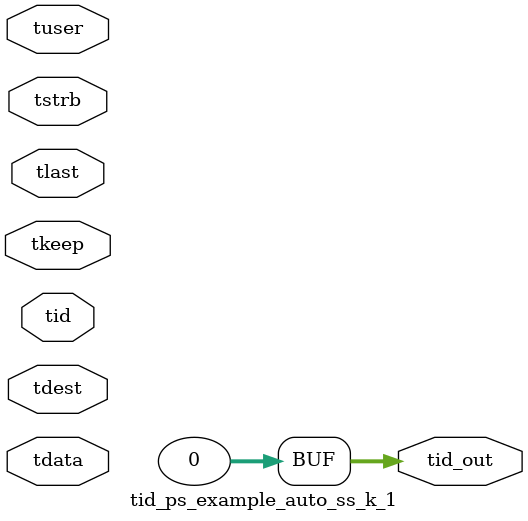
<source format=v>


`timescale 1ps/1ps

module tid_ps_example_auto_ss_k_1 #
(
parameter C_S_AXIS_TID_WIDTH   = 1,
parameter C_S_AXIS_TUSER_WIDTH = 0,
parameter C_S_AXIS_TDATA_WIDTH = 0,
parameter C_S_AXIS_TDEST_WIDTH = 0,
parameter C_M_AXIS_TID_WIDTH   = 32
)
(
input  [(C_S_AXIS_TID_WIDTH   == 0 ? 1 : C_S_AXIS_TID_WIDTH)-1:0       ] tid,
input  [(C_S_AXIS_TDATA_WIDTH == 0 ? 1 : C_S_AXIS_TDATA_WIDTH)-1:0     ] tdata,
input  [(C_S_AXIS_TUSER_WIDTH == 0 ? 1 : C_S_AXIS_TUSER_WIDTH)-1:0     ] tuser,
input  [(C_S_AXIS_TDEST_WIDTH == 0 ? 1 : C_S_AXIS_TDEST_WIDTH)-1:0     ] tdest,
input  [(C_S_AXIS_TDATA_WIDTH/8)-1:0 ] tkeep,
input  [(C_S_AXIS_TDATA_WIDTH/8)-1:0 ] tstrb,
input                                                                    tlast,
output [(C_M_AXIS_TID_WIDTH   == 0 ? 1 : C_M_AXIS_TID_WIDTH)-1:0       ] tid_out
);

assign tid_out = {1'b0};

endmodule


</source>
